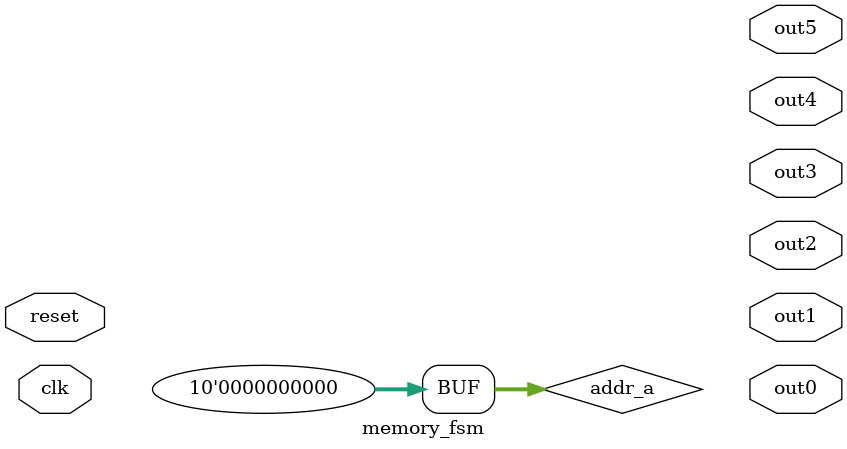
<source format=v>
`timescale 1ns / 1ps
module memory_fsm(clk, reset, out0, out1, out2, out3, out4, out5);

input clk, reset;

output wire [6:0] out0, out1, out2, out3, out4, out5;

reg we_a, we_b;
reg [15:0] data_a, data_b;
reg [9:0] addr_a, addr_b;
reg [2:0] state;

wire [15:0] q_a, q_b;

parameter resets = 3'b000;
parameter first = 3'b001;
parameter second = 3'b010;
parameter third = 3'b011;
parameter fourth = 3'b100;

memory m(
	.clk(clk),
	.we_a(we_a),
	.we_b(we_b),
	.addr_a(addr_a),
	.addr_b(addr_b),
	.data_a(data_a),
	.data_b(data_b),
	.q_a(q_a),
	.q_b(q_b)
);

always@ (posedge clk)
begin
	state <= resets;
	case(state)
		resets:
			if (reset)
				state <= resets;
			else
			begin
				state <= first;
			end
		first:
			if (reset)
				state <= resets;
			else
			begin
				state <= second;
			end
		second:
			if (reset)
				state <= resets;
			else
			begin
				state <= third;
			end
		third:
			if (reset)
				state <= resets;
			else
			begin
				state <= fourth;
			end
		fourth:
			if (reset)
				state <= resets;
			else
			begin
				state <= fourth;
			end
				
		default:
			state <= resets;
	endcase
	
end

always@ (state)
begin
	case(state)
		resets:
			begin
				we_a = 0;
				we_b = 0;
				addr_a = 10'b0;
				addr_b = 10'b0;
				data_a = 16'b0;
				data_b = 16'b0;
				
			end
			
		first:
			begin
				we_a = 1;
				we_b = 0;
				addr_a = 10'b0;
				addr_b = 10'b0;
				data_a = 16'b0000_0000_0000_0001;
				data_b = 16'b0;
				
			end
		
		second:
			begin
				we_a = 0;
				we_b = 1;
				addr_a = 10'b0;
				addr_b = 10'b00000_00001;
				data_a = 16'b0;
				data_b = 16'b0000_0000_0000_0010;
			
			end
		
		third:
			begin
				we_a = 1;
				we_b = 1;
				addr_a = 10'b00000_00000;
				addr_b = 10'b00000_00001;
				data_a = 16'b0000_0000_0000_0111;
				data_b = 16'b0000_0000_0000_1111;
			
			end
		
		fourth:
			begin
				we_a = 1;
				we_b = 1;
				addr_a = 10'b00000_00000;
				addr_b = 10'b00000_00000;
				data_a = 16'b0000_0000_0000_0001;
				data_b = 16'b0000_0000_0000_1111;
				
			end
		
		default:
			begin
				we_a = 0;
				we_b = 0;
				addr_a = 16'b0;
				addr_b = 16'b0;
				data_a = 16'b0;
				data_b = 16'b0;
				
			end
			
	endcase
end
	
// hexTo7Seg firstO(q_a[3:0],out0);
// hexTo7Seg secondO(q_a[7:4],out1);
// hexTo7Seg thirdO(q_a[11:8],out2);
// hexTo7Seg fourthO(q_b[3:0],out3);
// hexTo7Seg fifthO(q_b[7:4],out4);
// hexTo7Seg sixthO(q_b[11:8],out5);

endmodule

</source>
